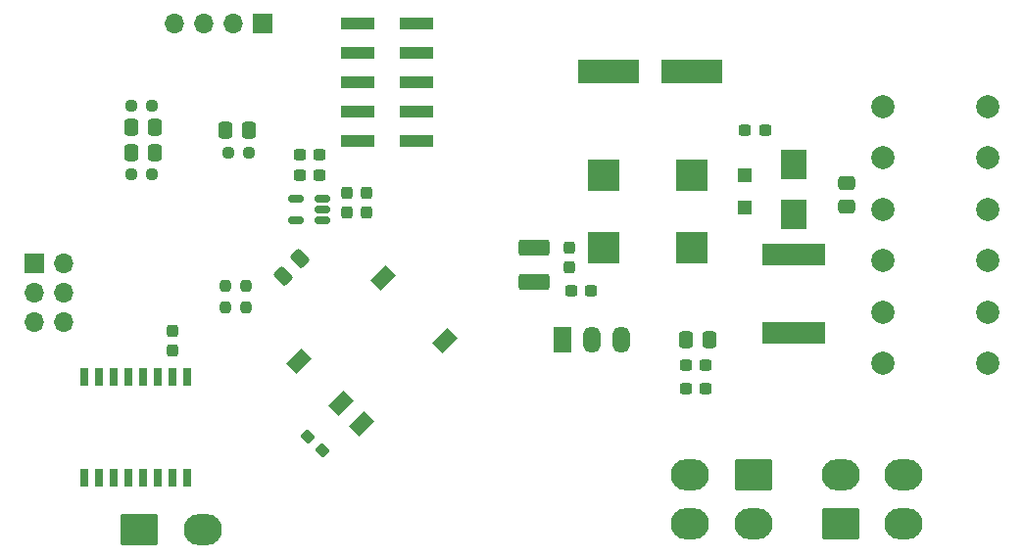
<source format=gbs>
%TF.GenerationSoftware,KiCad,Pcbnew,(6.0.11)*%
%TF.CreationDate,2023-07-03T20:40:41+10:00*%
%TF.ProjectId,LV_MASTER_A_SAMPLE,4c565f4d-4153-4544-9552-5f415f53414d,1*%
%TF.SameCoordinates,Original*%
%TF.FileFunction,Soldermask,Bot*%
%TF.FilePolarity,Negative*%
%FSLAX46Y46*%
G04 Gerber Fmt 4.6, Leading zero omitted, Abs format (unit mm)*
G04 Created by KiCad (PCBNEW (6.0.11)) date 2023-07-03 20:40:41*
%MOMM*%
%LPD*%
G01*
G04 APERTURE LIST*
G04 Aperture macros list*
%AMRoundRect*
0 Rectangle with rounded corners*
0 $1 Rounding radius*
0 $2 $3 $4 $5 $6 $7 $8 $9 X,Y pos of 4 corners*
0 Add a 4 corners polygon primitive as box body*
4,1,4,$2,$3,$4,$5,$6,$7,$8,$9,$2,$3,0*
0 Add four circle primitives for the rounded corners*
1,1,$1+$1,$2,$3*
1,1,$1+$1,$4,$5*
1,1,$1+$1,$6,$7*
1,1,$1+$1,$8,$9*
0 Add four rect primitives between the rounded corners*
20,1,$1+$1,$2,$3,$4,$5,0*
20,1,$1+$1,$4,$5,$6,$7,0*
20,1,$1+$1,$6,$7,$8,$9,0*
20,1,$1+$1,$8,$9,$2,$3,0*%
%AMRotRect*
0 Rectangle, with rotation*
0 The origin of the aperture is its center*
0 $1 length*
0 $2 width*
0 $3 Rotation angle, in degrees counterclockwise*
0 Add horizontal line*
21,1,$1,$2,0,0,$3*%
G04 Aperture macros list end*
%ADD10RoundRect,0.250001X1.399999X-1.099999X1.399999X1.099999X-1.399999X1.099999X-1.399999X-1.099999X0*%
%ADD11O,3.300000X2.700000*%
%ADD12RoundRect,0.250001X-1.399999X1.099999X-1.399999X-1.099999X1.399999X-1.099999X1.399999X1.099999X0*%
%ADD13RoundRect,0.237500X-0.380070X0.044194X0.044194X-0.380070X0.380070X-0.044194X-0.044194X0.380070X0*%
%ADD14RoundRect,0.237500X-0.237500X0.300000X-0.237500X-0.300000X0.237500X-0.300000X0.237500X0.300000X0*%
%ADD15RoundRect,0.250000X-0.097227X0.574524X-0.574524X0.097227X0.097227X-0.574524X0.574524X-0.097227X0*%
%ADD16RoundRect,0.250000X0.337500X0.475000X-0.337500X0.475000X-0.337500X-0.475000X0.337500X-0.475000X0*%
%ADD17R,1.700000X1.700000*%
%ADD18O,1.700000X1.700000*%
%ADD19RoundRect,0.237500X-0.300000X-0.237500X0.300000X-0.237500X0.300000X0.237500X-0.300000X0.237500X0*%
%ADD20RoundRect,0.250000X-0.337500X-0.475000X0.337500X-0.475000X0.337500X0.475000X-0.337500X0.475000X0*%
%ADD21C,2.000000*%
%ADD22RoundRect,0.237500X0.250000X0.237500X-0.250000X0.237500X-0.250000X-0.237500X0.250000X-0.237500X0*%
%ADD23RoundRect,0.237500X-0.237500X0.250000X-0.237500X-0.250000X0.237500X-0.250000X0.237500X0.250000X0*%
%ADD24RoundRect,0.237500X-0.250000X-0.237500X0.250000X-0.237500X0.250000X0.237500X-0.250000X0.237500X0*%
%ADD25R,5.300000X2.150000*%
%ADD26R,5.450000X1.920000*%
%ADD27R,3.000000X1.000000*%
%ADD28R,2.300000X2.500000*%
%ADD29R,1.200000X1.200000*%
%ADD30R,1.500000X2.300000*%
%ADD31O,1.500000X2.300000*%
%ADD32R,2.700000X2.700000*%
%ADD33RoundRect,0.150000X0.512500X0.150000X-0.512500X0.150000X-0.512500X-0.150000X0.512500X-0.150000X0*%
%ADD34R,0.800000X1.595000*%
%ADD35RoundRect,0.250000X0.475000X-0.337500X0.475000X0.337500X-0.475000X0.337500X-0.475000X-0.337500X0*%
%ADD36RoundRect,0.237500X0.237500X-0.250000X0.237500X0.250000X-0.237500X0.250000X-0.237500X-0.250000X0*%
%ADD37RotRect,1.200000X1.800000X135.000000*%
%ADD38RoundRect,0.250001X-1.074999X0.462499X-1.074999X-0.462499X1.074999X-0.462499X1.074999X0.462499X0*%
G04 APERTURE END LIST*
D10*
%TO.C,J5*%
X121337000Y-118745000D03*
D11*
X126837000Y-118745000D03*
%TD*%
D10*
%TO.C,J7*%
X181916000Y-118178000D03*
D11*
X181916000Y-113978000D03*
X187416000Y-118178000D03*
X187416000Y-113978000D03*
%TD*%
D12*
%TO.C,J6*%
X174446000Y-113978000D03*
D11*
X174446000Y-118178000D03*
X168946000Y-113978000D03*
X168946000Y-118178000D03*
%TD*%
D13*
%TO.C,C13*%
X135915120Y-110642120D03*
X137134880Y-111861880D03*
%TD*%
D14*
%TO.C,C14*%
X140970000Y-89561500D03*
X140970000Y-91286500D03*
%TD*%
D15*
%TO.C,C17*%
X135226623Y-95278377D03*
X133759377Y-96745623D03*
%TD*%
D16*
%TO.C,D1*%
X130831500Y-84201000D03*
X128756500Y-84201000D03*
%TD*%
D17*
%TO.C,J2*%
X131966400Y-74894400D03*
D18*
X129426400Y-74894400D03*
X126886400Y-74894400D03*
X124346400Y-74894400D03*
%TD*%
D19*
%TO.C,C19*%
X135209000Y-88054000D03*
X136934000Y-88054000D03*
%TD*%
D20*
%TO.C,D2*%
X120628500Y-86106000D03*
X122703500Y-86106000D03*
%TD*%
D14*
%TO.C,C15*%
X139319000Y-89561500D03*
X139319000Y-91286500D03*
%TD*%
D21*
%TO.C,J1*%
X185559000Y-82108000D03*
X185559000Y-86548000D03*
X185559000Y-90998000D03*
X185559000Y-95438000D03*
X185559000Y-99888000D03*
X185559000Y-104328000D03*
X194679000Y-82108000D03*
X194679000Y-86548000D03*
X194679000Y-90998000D03*
X194679000Y-95438000D03*
X194679000Y-99888000D03*
X194679000Y-104328000D03*
%TD*%
D19*
%TO.C,C50*%
X168555500Y-104521000D03*
X170280500Y-104521000D03*
%TD*%
D22*
%TO.C,R2*%
X122453500Y-88011000D03*
X120628500Y-88011000D03*
%TD*%
D19*
%TO.C,C23*%
X158649500Y-98044000D03*
X160374500Y-98044000D03*
%TD*%
D20*
%TO.C,C24*%
X168555500Y-102313500D03*
X170630500Y-102313500D03*
%TD*%
D23*
%TO.C,R10*%
X128778000Y-97639500D03*
X128778000Y-99464500D03*
%TD*%
D24*
%TO.C,R1*%
X129008500Y-86106000D03*
X130833500Y-86106000D03*
%TD*%
D19*
%TO.C,C49*%
X168555500Y-106553000D03*
X170280500Y-106553000D03*
%TD*%
%TO.C,C21*%
X173682000Y-84177000D03*
X175407000Y-84177000D03*
%TD*%
D14*
%TO.C,C38*%
X124206000Y-101499500D03*
X124206000Y-103224500D03*
%TD*%
D25*
%TO.C,C20*%
X161881000Y-79121000D03*
X169081000Y-79121000D03*
%TD*%
D26*
%TO.C,F1*%
X177873000Y-101659000D03*
X177873000Y-94889000D03*
%TD*%
D27*
%TO.C,J4*%
X140228000Y-74930000D03*
X145268000Y-74930000D03*
X140228000Y-77470000D03*
X145268000Y-77470000D03*
X140228000Y-80010000D03*
X145268000Y-80010000D03*
X140228000Y-82550000D03*
X145268000Y-82550000D03*
X140228000Y-85090000D03*
X145268000Y-85090000D03*
%TD*%
D19*
%TO.C,C18*%
X135209000Y-86294000D03*
X136934000Y-86294000D03*
%TD*%
D28*
%TO.C,D4*%
X177873000Y-91407000D03*
X177873000Y-87107000D03*
%TD*%
D20*
%TO.C,D3*%
X120628500Y-83947000D03*
X122703500Y-83947000D03*
%TD*%
D29*
%TO.C,D5*%
X173682000Y-88076000D03*
X173682000Y-90876000D03*
%TD*%
D22*
%TO.C,R3*%
X122451500Y-82042000D03*
X120626500Y-82042000D03*
%TD*%
D30*
%TO.C,U3*%
X157905000Y-102313500D03*
D31*
X160445000Y-102313500D03*
X162985000Y-102313500D03*
%TD*%
D32*
%TO.C,L1*%
X169081000Y-88076000D03*
X161461000Y-88076000D03*
X161461000Y-94286000D03*
X169081000Y-94296000D03*
%TD*%
D33*
%TO.C,U2*%
X137187500Y-90069000D03*
X137187500Y-91019000D03*
X137187500Y-91969000D03*
X134912500Y-91969000D03*
X134912500Y-90069000D03*
%TD*%
D34*
%TO.C,T1*%
X125476000Y-114207000D03*
X124206000Y-114207000D03*
X122936000Y-114207000D03*
X121666000Y-114207000D03*
X120396000Y-114207000D03*
X119126000Y-114207000D03*
X117856000Y-114207000D03*
X116586000Y-114207000D03*
X116586000Y-105503000D03*
X117856000Y-105503000D03*
X119126000Y-105503000D03*
X120396000Y-105503000D03*
X121666000Y-105503000D03*
X122936000Y-105503000D03*
X124206000Y-105503000D03*
X125476000Y-105503000D03*
%TD*%
D17*
%TO.C,J3*%
X112270000Y-95645000D03*
D18*
X114810000Y-95645000D03*
X112270000Y-98185000D03*
X114810000Y-98185000D03*
X112270000Y-100725000D03*
X114810000Y-100725000D03*
%TD*%
D35*
%TO.C,C16*%
X182445000Y-90781000D03*
X182445000Y-88706000D03*
%TD*%
D14*
%TO.C,C22*%
X158496000Y-94286000D03*
X158496000Y-96011000D03*
%TD*%
D36*
%TO.C,R11*%
X130556000Y-99464500D03*
X130556000Y-97639500D03*
%TD*%
D37*
%TO.C,PS1*%
X140565832Y-109551321D03*
X138769781Y-107755270D03*
X135177679Y-104163168D03*
X142390168Y-96950679D03*
X147778321Y-102338832D03*
%TD*%
D38*
%TO.C,L2*%
X155448000Y-94286000D03*
X155448000Y-97261000D03*
%TD*%
M02*

</source>
